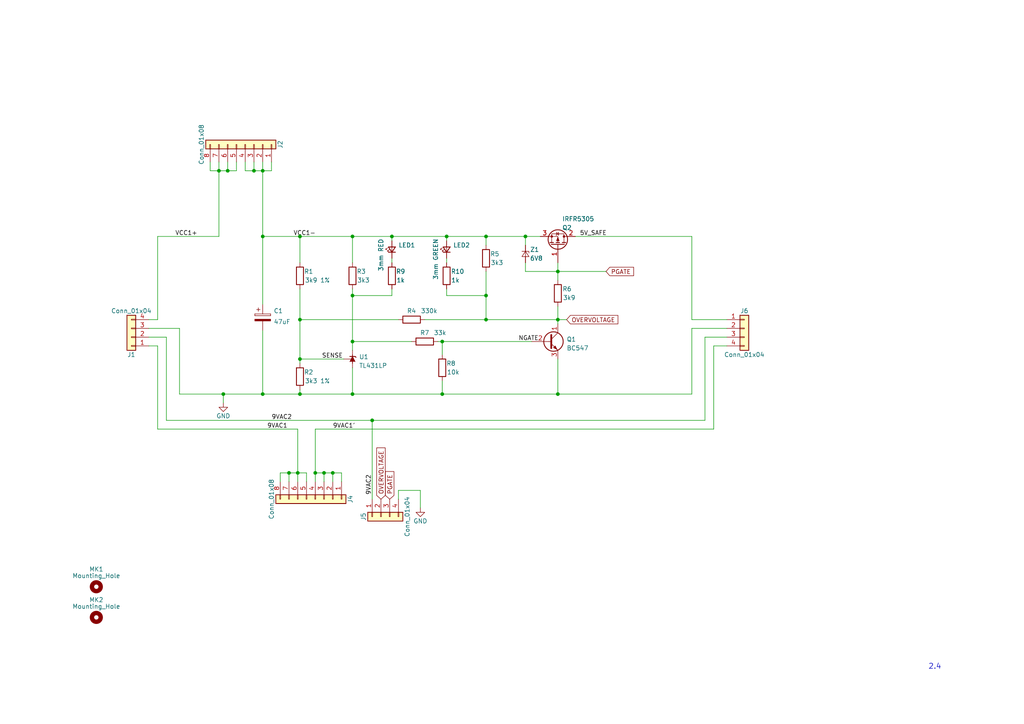
<source format=kicad_sch>
(kicad_sch (version 20230121) (generator eeschema)
  (paper "A4")
  (title_block (title "C64 Saver2 THT") (date "2023-03-26") (rev "2.6"))
  (lib_symbols
    (symbol "C64Saver2-rescue:CP" (pin_numbers hide) (pin_names (offset 0.254))
      (property "Reference" "C" (at 0.635 2.54 0))
      (property "Value" "CP" (at 0.635 -2.54 0))
      (symbol "CP_0_1"
        (rectangle (start -2.286 0.508) (end -2.286 1.016))
        (rectangle (start -2.286 0.508) (end 2.286 0.508))
        (polyline (pts (xy -1.778 2.286) (xy -0.762 2.286)))
        (polyline (pts (xy -1.27 2.794) (xy -1.27 1.778)))
        (rectangle (start 2.286 -0.508) (end -2.286 -1.016) (fill (type outline)))
        (rectangle (start 2.286 1.016) (end -2.286 1.016))
        (rectangle (start 2.286 1.016) (end 2.286 0.508))
      )
      (symbol "CP_1_1"
        (pin passive line (at 0 3.81 270) (length 2.794) (name "~") (number "1"))
        (pin passive line (at 0 -3.81 90) (length 2.794) (name "~") (number "2"))
      )
    )
    (symbol "C64Saver2-rescue:Conn_01x04" (pin_names (offset 1.016) hide)
      (property "Reference" "J" (at 0 5.08 0))
      (property "Value" "Conn_01x04" (at 0 -7.62 0))
      (symbol "Conn_01x04_1_1"
        (rectangle (start -1.27 -4.953) (end 0 -5.207) (stroke (width 0.1524)))
        (rectangle (start -1.27 -2.413) (end 0 -2.667) (stroke (width 0.1524)))
        (rectangle (start -1.27 0.127) (end 0 -0.127) (stroke (width 0.1524)))
        (rectangle (start -1.27 2.667) (end 0 2.413) (stroke (width 0.1524)))
        (rectangle (start -1.27 3.81) (end 1.27 -6.35) (stroke (width 0.254)) (fill (type background)))
        (pin passive line (at -5.08 2.54 0) (length 3.81) (name "Pin_1") (number "1"))
        (pin passive line (at -5.08 0 0) (length 3.81) (name "Pin_2") (number "2"))
        (pin passive line (at -5.08 -2.54 0) (length 3.81) (name "Pin_3") (number "3"))
        (pin passive line (at -5.08 -5.08 0) (length 3.81) (name "Pin_4") (number "4"))
      )
    )
    (symbol "C64Saver2-rescue:Conn_01x08" (pin_names (offset 1.016) hide)
      (property "Reference" "J" (at 0 10.16 0))
      (property "Value" "Conn_01x08" (at 0 -12.7 0))
      (symbol "Conn_01x08_1_1"
        (rectangle (start -1.27 -10.033) (end 0 -10.287) (stroke (width 0.1524)))
        (rectangle (start -1.27 -7.493) (end 0 -7.747) (stroke (width 0.1524)))
        (rectangle (start -1.27 -4.953) (end 0 -5.207) (stroke (width 0.1524)))
        (rectangle (start -1.27 -2.413) (end 0 -2.667) (stroke (width 0.1524)))
        (rectangle (start -1.27 0.127) (end 0 -0.127) (stroke (width 0.1524)))
        (rectangle (start -1.27 2.667) (end 0 2.413) (stroke (width 0.1524)))
        (rectangle (start -1.27 5.207) (end 0 4.953) (stroke (width 0.1524)))
        (rectangle (start -1.27 7.747) (end 0 7.493) (stroke (width 0.1524)))
        (rectangle (start -1.27 8.89) (end 1.27 -11.43) (stroke (width 0.254)) (fill (type background)))
        (pin passive line (at -5.08 7.62 0) (length 3.81) (name "Pin_1") (number "1"))
        (pin passive line (at -5.08 5.08 0) (length 3.81) (name "Pin_2") (number "2"))
        (pin passive line (at -5.08 2.54 0) (length 3.81) (name "Pin_3") (number "3"))
        (pin passive line (at -5.08 0 0) (length 3.81) (name "Pin_4") (number "4"))
        (pin passive line (at -5.08 -2.54 0) (length 3.81) (name "Pin_5") (number "5"))
        (pin passive line (at -5.08 -5.08 0) (length 3.81) (name "Pin_6") (number "6"))
        (pin passive line (at -5.08 -7.62 0) (length 3.81) (name "Pin_7") (number "7"))
        (pin passive line (at -5.08 -10.16 0) (length 3.81) (name "Pin_8") (number "8"))
      )
    )
    (symbol "C64Saver2-rescue:D_Zener_Small" (pin_numbers hide) (pin_names (offset 0.254) hide)
      (property "Reference" "D" (at 0 2.286 0))
      (property "Value" "D_Zener_Small" (at 0 -2.286 0))
      (symbol "D_Zener_Small_0_1"
        (polyline (pts (xy 0.762 0) (xy -0.762 0)))
        (polyline (pts (xy -0.254 1.016) (xy -0.762 1.016) (xy -0.762 -1.016)))
        (polyline (pts (xy 0.762 1.016) (xy -0.762 0) (xy 0.762 -1.016) (xy 0.762 1.016)))
      )
      (symbol "D_Zener_Small_1_1"
        (pin passive line (at -2.54 0 0) (length 1.778) (name "K") (number "1"))
        (pin passive line (at 2.54 0 180) (length 1.778) (name "A") (number "2"))
      )
    )
    (symbol "C64Saver2-rescue:Mounting_Hole" (pin_names (offset 1.016))
      (property "Reference" "MK" (at 0 5.08 0))
      (property "Value" "Mounting_Hole" (at 0 3.175 0))
      (symbol "Mounting_Hole_0_1"
        (circle (center 0 0) (radius 1.27) (stroke (width 1.27)))
      )
    )
    (symbol "C64Saver2-rescue:Q_PMOS_GDS" (pin_names (offset 0) hide)
      (property "Reference" "Q" (at 5.08 1.27 0))
      (property "Value" "Q_PMOS_GDS" (at 5.08 -1.27 0))
      (symbol "Q_PMOS_GDS_0_1"
        (polyline (pts (xy 0.0508 0) (xy 0.254 0)))
        (polyline (pts (xy 0.762 -1.778) (xy 2.54 -1.778)))
        (polyline (pts (xy 0.762 -1.27) (xy 0.762 -2.286)) (stroke (width 0.254)))
        (polyline (pts (xy 0.762 0) (xy 2.54 0)))
        (polyline (pts (xy 0.762 0.508) (xy 0.762 -0.508)) (stroke (width 0.254)))
        (polyline (pts (xy 0.762 1.778) (xy 2.54 1.778)))
        (polyline (pts (xy 0.762 2.286) (xy 0.762 1.27)) (stroke (width 0.254)))
        (polyline (pts (xy 2.54 -1.778) (xy 2.54 -2.54)))
        (polyline (pts (xy 2.54 -1.778) (xy 2.54 0)))
        (polyline (pts (xy 2.54 2.54) (xy 2.54 1.778)))
        (polyline (pts (xy 0.254 1.905) (xy 0.254 -1.905) (xy 0.254 -1.905)) (stroke (width 0.254)))
        (polyline (pts (xy 2.286 0) (xy 1.27 -0.381) (xy 1.27 0.381) (xy 2.286 0)) (fill (type outline)))
        (polyline (pts (xy 2.54 -1.778) (xy 3.302 -1.778) (xy 3.302 1.778) (xy 2.54 1.778)))
        (polyline (pts (xy 2.794 -0.508) (xy 2.921 -0.381) (xy 3.683 -0.381) (xy 3.81 -0.254)))
        (polyline (pts (xy 3.302 -0.381) (xy 2.921 0.254) (xy 3.683 0.254) (xy 3.302 -0.381)))
        (circle (center 1.651 0) (radius 2.8194) (stroke (width 0.254)))
        (circle (center 2.54 -1.778) (radius 0.2794) (fill (type outline)))
        (circle (center 2.54 1.778) (radius 0.2794) (fill (type outline)))
      )
      (symbol "Q_PMOS_GDS_1_1"
        (pin input line (at -5.08 0 0) (length 5.08) (name "G") (number "1"))
        (pin passive line (at 2.54 5.08 270) (length 2.54) (name "D") (number "2"))
        (pin passive line (at 2.54 -5.08 90) (length 2.54) (name "S") (number "3"))
      )
    )
    (symbol "C64Saver2-rescue:R" (pin_numbers hide) (pin_names (offset 0))
      (property "Reference" "R" (at 2.032 0 90))
      (property "Value" "R" (at 0 0 90))
      (symbol "R_0_1"
        (rectangle (start -1.016 -2.54) (end 1.016 2.54) (stroke (width 0.254)))
      )
      (symbol "R_1_1"
        (pin passive line (at 0 3.81 270) (length 1.27) (name "~") (number "1"))
        (pin passive line (at 0 -3.81 90) (length 1.27) (name "~") (number "2"))
      )
    )
    (symbol "Device:LED_Small" (pin_numbers hide) (pin_names (offset 0.254) hide)
      (property "Reference" "D" (at -1.27 3.175 0))
      (property "Value" "LED_Small" (at -4.445 -2.54 0))
      (symbol "LED_Small_0_1"
        (polyline (pts (xy -0.762 -1.016) (xy -0.762 1.016)) (stroke (width 0.254)))
        (polyline (pts (xy 1.016 0) (xy -0.762 0)))
        (polyline (pts (xy 0.762 -1.016) (xy -0.762 0) (xy 0.762 1.016) (xy 0.762 -1.016)) (stroke (width 0.254)))
        (polyline (pts (xy 0 0.762) (xy -0.508 1.27) (xy -0.254 1.27) (xy -0.508 1.27) (xy -0.508 1.016)))
        (polyline (pts (xy 0.508 1.27) (xy 0 1.778) (xy 0.254 1.778) (xy 0 1.778) (xy 0 1.524)))
      )
      (symbol "LED_Small_1_1"
        (pin passive line (at -2.54 0 0) (length 1.778) (name "K") (number "1"))
        (pin passive line (at 2.54 0 180) (length 1.778) (name "A") (number "2"))
      )
    )
    (symbol "Reference_Voltage:TL431LP" (pin_numbers hide) (pin_names hide)
      (property "Reference" "U" (at -2.54 2.54 0))
      (property "Value" "TL431LP" (at 0 -2.54 0))
      (symbol "TL431LP_0_1"
        (polyline (pts (xy -1.27 0) (xy 0 0) (xy 1.27 0)))
        (polyline (pts (xy -0.762 0.762) (xy 0.762 0) (xy -0.762 -0.762)) (fill (type outline)))
        (polyline (pts (xy 0.508 -1.016) (xy 0.762 -0.762) (xy 0.762 0.762) (xy 0.762 0.762)) (stroke (width 0.254)))
      )
      (symbol "TL431LP_1_1"
        (pin passive line (at 0 2.54 270) (length 2.54) (name "REF") (number "1"))
        (pin passive line (at -2.54 0 0) (length 2.54) (name "A") (number "2"))
        (pin passive line (at 2.54 0 180) (length 2.54) (name "K") (number "3"))
      )
    )
    (symbol "Transistor_BJT:BC547" (pin_names (offset 0) hide)
      (property "Reference" "Q" (at 5.08 1.905 0))
      (property "Value" "BC547" (at 5.08 0 0))
      (symbol "BC547_0_1"
        (polyline (pts (xy 0 0) (xy 0.635 0)))
        (polyline (pts (xy 0.635 0.635) (xy 2.54 2.54)))
        (polyline (pts (xy 0.635 -0.635) (xy 2.54 -2.54) (xy 2.54 -2.54)))
        (polyline (pts (xy 0.635 1.905) (xy 0.635 -1.905) (xy 0.635 -1.905)) (stroke (width 0.508)))
        (polyline (pts (xy 1.27 -1.778) (xy 1.778 -1.27) (xy 2.286 -2.286) (xy 1.27 -1.778) (xy 1.27 -1.778)) (fill (type outline)))
        (circle (center 1.27 0) (radius 2.8194) (stroke (width 0.254)))
      )
      (symbol "BC547_1_1"
        (pin passive line (at 2.54 5.08 270) (length 2.54) (name "C") (number "1"))
        (pin input line (at -5.08 0 0) (length 5.08) (name "B") (number "2"))
        (pin passive line (at 2.54 -5.08 90) (length 2.54) (name "E") (number "3"))
      )
    )
    (symbol "power:GND" (power) (pin_names (offset 0))
      (property "Value" "GND" (at 0 -3.81 0))
      (symbol "GND_0_1"
        (polyline (pts (xy 0 0) (xy 0 -1.27) (xy 1.27 -1.27) (xy 0 -2.54) (xy -1.27 -1.27) (xy 0 -1.27)))
      )
      (symbol "GND_1_1"
        (pin power_in line (at 0 0 270) (length 0) hide (name "GND") (number "1"))
      )
    )
  )
  (junction (at 91.44 137.16))
  (junction (at 161.798 114.3))
  (junction (at 140.97 68.58))
  (junction (at 161.798 78.74))
  (junction (at 63.5 49.53))
  (junction (at 86.995 104.14))
  (junction (at 76.2 68.58))
  (junction (at 128.27 114.3))
  (junction (at 102.235 68.58))
  (junction (at 66.04 49.53))
  (junction (at 107.95 121.92))
  (junction (at 76.2 114.3))
  (junction (at 76.2 49.53))
  (junction (at 73.66 49.53))
  (junction (at 102.235 99.06))
  (junction (at 140.97 92.71))
  (junction (at 152.4 68.58))
  (junction (at 102.235 85.725))
  (junction (at 86.36 137.16))
  (junction (at 96.52 137.16))
  (junction (at 102.235 114.3))
  (junction (at 128.27 99.06))
  (junction (at 86.995 92.71))
  (junction (at 86.995 68.58))
  (junction (at 86.995 114.3))
  (junction (at 93.98 137.16))
  (junction (at 83.82 137.16))
  (junction (at 140.97 85.725))
  (junction (at 129.54 68.58))
  (junction (at 64.77 114.3))
  (junction (at 161.798 92.71))
  (junction (at 113.665 68.58))
  (wire (pts (xy 127 99.06) (xy 128.27 99.06)))
  (wire (pts (xy 129.54 68.58) (xy 140.97 68.58)))
  (wire (pts (xy 121.92 147.32) (xy 121.92 142.24)))
  (wire (pts (xy 86.995 114.3) (xy 86.995 113.03)))
  (wire (pts (xy 78.74 49.53) (xy 78.74 46.99)))
  (wire (pts (xy 152.4 78.74) (xy 161.798 78.74)))
  (wire (pts (xy 152.4 76.2) (xy 152.4 78.74)))
  (wire (pts (xy 102.235 68.58) (xy 113.665 68.58)))
  (wire (pts (xy 63.5 49.53) (xy 66.04 49.53)))
  (wire (pts (xy 45.72 92.71) (xy 45.72 68.58)))
  (wire (pts (xy 52.07 114.3) (xy 64.77 114.3)))
  (wire (pts (xy 60.96 46.99) (xy 60.96 49.53)))
  (wire (pts (xy 64.77 116.84) (xy 64.77 114.3)))
  (wire (pts (xy 113.665 74.93) (xy 113.665 76.2)))
  (wire (pts (xy 96.52 137.16) (xy 99.06 137.16)))
  (wire (pts (xy 52.07 95.25) (xy 52.07 114.3)))
  (wire (pts (xy 86.36 124.46) (xy 86.36 137.16)))
  (wire (pts (xy 64.77 114.3) (xy 76.2 114.3)))
  (wire (pts (xy 81.28 137.16) (xy 83.82 137.16)))
  (wire (pts (xy 102.235 99.06) (xy 102.235 101.6)))
  (wire (pts (xy 128.27 110.49) (xy 128.27 114.3)))
  (wire (pts (xy 129.54 83.82) (xy 129.54 85.725)))
  (wire (pts (xy 63.5 49.53) (xy 63.5 46.99)))
  (wire (pts (xy 113.665 83.82) (xy 113.665 85.725)))
  (wire (pts (xy 119.38 99.06) (xy 102.235 99.06)))
  (wire (pts (xy 128.27 102.87) (xy 128.27 99.06)))
  (wire (pts (xy 129.54 85.725) (xy 140.97 85.725)))
  (wire (pts (xy 91.44 137.16) (xy 93.98 137.16)))
  (wire (pts (xy 81.28 139.7) (xy 81.28 137.16)))
  (wire (pts (xy 129.54 74.93) (xy 129.54 76.2)))
  (wire (pts (xy 93.98 137.16) (xy 96.52 137.16)))
  (wire (pts (xy 91.44 124.46) (xy 207.01 124.46)))
  (wire (pts (xy 48.26 121.92) (xy 107.95 121.92)))
  (wire (pts (xy 83.82 137.16) (xy 86.36 137.16)))
  (wire (pts (xy 128.27 99.06) (xy 154.178 99.06)))
  (wire (pts (xy 102.235 68.58) (xy 102.235 76.2)))
  (wire (pts (xy 115.57 142.24) (xy 115.57 144.78)))
  (wire (pts (xy 76.2 49.53) (xy 76.2 68.58)))
  (wire (pts (xy 76.2 68.58) (xy 86.995 68.58)))
  (wire (pts (xy 140.97 92.71) (xy 161.798 92.71)))
  (wire (pts (xy 102.235 114.3) (xy 102.235 106.68)))
  (wire (pts (xy 71.12 46.99) (xy 71.12 49.53)))
  (wire (pts (xy 200.66 68.58) (xy 166.878 68.58)))
  (wire (pts (xy 76.2 49.53) (xy 78.74 49.53)))
  (wire (pts (xy 121.92 142.24) (xy 115.57 142.24)))
  (wire (pts (xy 76.2 95.885) (xy 76.2 114.3)))
  (wire (pts (xy 48.26 121.92) (xy 48.26 97.79)))
  (wire (pts (xy 96.52 137.16) (xy 96.52 139.7)))
  (wire (pts (xy 76.2 88.265) (xy 76.2 68.58)))
  (wire (pts (xy 68.58 49.53) (xy 68.58 46.99)))
  (wire (pts (xy 113.665 68.58) (xy 113.665 69.85)))
  (wire (pts (xy 102.235 85.725) (xy 102.235 99.06)))
  (wire (pts (xy 140.97 78.74) (xy 140.97 85.725)))
  (wire (pts (xy 200.66 114.3) (xy 200.66 95.25)))
  (wire (pts (xy 86.36 137.16) (xy 88.9 137.16)))
  (wire (pts (xy 210.82 92.71) (xy 200.66 92.71)))
  (wire (pts (xy 140.97 68.58) (xy 140.97 71.12)))
  (wire (pts (xy 204.47 121.92) (xy 204.47 97.79)))
  (wire (pts (xy 45.72 68.58) (xy 63.5 68.58)))
  (wire (pts (xy 161.798 92.71) (xy 161.798 93.98)))
  (wire (pts (xy 93.98 139.7) (xy 93.98 137.16)))
  (wire (pts (xy 66.04 49.53) (xy 66.04 46.99)))
  (wire (pts (xy 63.5 68.58) (xy 63.5 49.53)))
  (wire (pts (xy 73.66 49.53) (xy 76.2 49.53)))
  (wire (pts (xy 128.27 114.3) (xy 161.798 114.3)))
  (wire (pts (xy 123.19 92.71) (xy 140.97 92.71)))
  (wire (pts (xy 102.235 114.3) (xy 128.27 114.3)))
  (wire (pts (xy 86.995 114.3) (xy 102.235 114.3)))
  (wire (pts (xy 161.798 88.9) (xy 161.798 92.71)))
  (wire (pts (xy 86.995 68.58) (xy 102.235 68.58)))
  (wire (pts (xy 161.798 92.71) (xy 164.338 92.71)))
  (wire (pts (xy 161.798 78.74) (xy 175.768 78.74)))
  (wire (pts (xy 140.97 68.58) (xy 152.4 68.58)))
  (wire (pts (xy 71.12 49.53) (xy 73.66 49.53)))
  (wire (pts (xy 107.95 121.92) (xy 204.47 121.92)))
  (wire (pts (xy 107.95 121.92) (xy 107.95 144.78)))
  (wire (pts (xy 45.72 100.33) (xy 45.72 124.46)))
  (wire (pts (xy 48.26 97.79) (xy 43.18 97.79)))
  (wire (pts (xy 140.97 85.725) (xy 140.97 92.71)))
  (wire (pts (xy 113.665 85.725) (xy 102.235 85.725)))
  (wire (pts (xy 66.04 49.53) (xy 68.58 49.53)))
  (wire (pts (xy 207.01 124.46) (xy 207.01 100.33)))
  (wire (pts (xy 204.47 97.79) (xy 210.82 97.79)))
  (wire (pts (xy 86.995 83.82) (xy 86.995 92.71)))
  (wire (pts (xy 73.66 46.99) (xy 73.66 49.53)))
  (wire (pts (xy 152.4 68.58) (xy 156.718 68.58)))
  (wire (pts (xy 86.995 92.71) (xy 115.57 92.71)))
  (wire (pts (xy 76.2 46.99) (xy 76.2 49.53)))
  (wire (pts (xy 161.798 114.3) (xy 161.798 104.14)))
  (wire (pts (xy 161.798 78.74) (xy 161.798 81.28)))
  (wire (pts (xy 200.66 92.71) (xy 200.66 68.58)))
  (wire (pts (xy 102.235 83.82) (xy 102.235 85.725)))
  (wire (pts (xy 99.06 137.16) (xy 99.06 139.7)))
  (wire (pts (xy 207.01 100.33) (xy 210.82 100.33)))
  (wire (pts (xy 43.18 95.25) (xy 52.07 95.25)))
  (wire (pts (xy 161.798 76.2) (xy 161.798 78.74)))
  (wire (pts (xy 43.18 100.33) (xy 45.72 100.33)))
  (wire (pts (xy 129.54 68.58) (xy 129.54 69.85)))
  (wire (pts (xy 86.995 92.71) (xy 86.995 104.14)))
  (wire (pts (xy 88.9 137.16) (xy 88.9 139.7)))
  (wire (pts (xy 200.66 95.25) (xy 210.82 95.25)))
  (wire (pts (xy 86.995 68.58) (xy 86.995 76.2)))
  (wire (pts (xy 113.665 68.58) (xy 129.54 68.58)))
  (wire (pts (xy 86.36 137.16) (xy 86.36 139.7)))
  (wire (pts (xy 161.798 114.3) (xy 200.66 114.3)))
  (wire (pts (xy 86.995 104.14) (xy 86.995 105.41)))
  (wire (pts (xy 152.4 71.12) (xy 152.4 68.58)))
  (wire (pts (xy 45.72 124.46) (xy 86.36 124.46)))
  (wire (pts (xy 76.2 114.3) (xy 86.995 114.3)))
  (wire (pts (xy 91.44 137.16) (xy 91.44 139.7)))
  (wire (pts (xy 43.18 92.71) (xy 45.72 92.71)))
  (wire (pts (xy 60.96 49.53) (xy 63.5 49.53)))
  (wire (pts (xy 86.995 104.14) (xy 99.695 104.14)))
  (wire (pts (xy 83.82 139.7) (xy 83.82 137.16)))
  (wire (pts (xy 91.44 124.46) (xy 91.44 137.16)))
  (text "2.4" (at 269.24 194.31 0) (effects (font (size 1.524 1.524)) (justify left bottom)))
  (label "VCC1+" (at 50.8 68.58 0) (effects (font (size 1.2446 1.2446))))
  (label "NGATE" (at 150.368 99.06 0) (effects (font (size 1.2446 1.2446))))
  (label "9VAC1" (at 77.47 124.46 0) (effects (font (size 1.2446 1.2446))))
  (label "SENSE" (at 93.345 104.14 0) (effects (font (size 1.2446 1.2446))))
  (label "9VAC1'" (at 96.52 124.46 0) (effects (font (size 1.2446 1.2446))))
  (label "9VAC2" (at 107.95 143.51 90) (effects (font (size 1.2446 1.2446))))
  (label "5V_SAFE" (at 168.148 68.58 0) (effects (font (size 1.2446 1.2446))))
  (label "VCC1-" (at 85.09 68.58 0) (effects (font (size 1.2446 1.2446))))
  (label "9VAC2" (at 78.74 121.92 0) (effects (font (size 1.2446 1.2446))))
  (global_label "OVERVOLTAGE" (shape input) (at 110.49 144.78 90) (effects (font (size 1.2446 1.2446))) (property "Intersheetrefs" "${INTERSHEET_REFS}" (effects hide)))
  (global_label "PGATE" (shape input) (at 175.768 78.74 0) (effects (font (size 1.2446 1.2446))) (property "Intersheetrefs" "${INTERSHEET_REFS}" (effects hide)))
  (global_label "OVERVOLTAGE" (shape input) (at 164.338 92.71 0) (effects (font (size 1.2446 1.2446))) (property "Intersheetrefs" "${INTERSHEET_REFS}" (effects hide)))
  (global_label "PGATE" (shape input) (at 113.03 144.78 90) (effects (font (size 1.2446 1.2446))) (property "Intersheetrefs" "${INTERSHEET_REFS}" (effects hide)))
  (symbol (lib_id "C64Saver2-rescue:CP") (at 76.2 92.075 0) (unit 1)
    (property "Reference" "C1" (at 79.375 90.17 0) (effects (justify left)))
    (property "Value" "47uF" (at 79.375 93.345 0) (effects (justify left)))
    (property "Footprint" "Capacitors_THT:CP_Radial_D6.3mm_P2.50mm" (effects hide))
    (property "kessler" "572309;0 " (effects hide))
  )
  (symbol (lib_id "C64Saver2-rescue:R") (at 86.995 80.01 0) (unit 1)
    (property "Reference" "R1" (at 89.535 78.74 0))
    (property "Value" "3k9 1%" (at 92.075 81.28 0))
    (property "Footprint" "Resistor_THT:R_Axial_DIN0204_L3.6mm_D1.6mm_P5.08mm_Horizontal" (effects hide))
    (property "kessler" "550563;0 " (effects hide))
  )
  (symbol (lib_id "C64Saver2-rescue:Conn_01x04") (at 215.9 95.25 0) (unit 1)
    (property "Reference" "J6" (at 215.9 90.17 0))
    (property "Value" "Conn_01x04" (at 215.9 102.87 0))
    (property "Footprint" "Connectors_Terminal_Blocks:TerminalBlock_bornier-4_P5.08mm" (effects hide))
    (property "Mouser" "not used" (effects hide))
  )
  (symbol (lib_id "C64Saver2-rescue:Conn_01x04") (at 38.1 97.79 180) (unit 1)
    (property "Reference" "J1" (at 38.1 102.87 0))
    (property "Value" "Conn_01x04" (at 38.1 90.17 0))
    (property "Footprint" "Connectors_Terminal_Blocks:TerminalBlock_bornier-4_P5.08mm" (effects hide))
    (property "Mouser" "not used" (effects hide))
  )
  (symbol (lib_id "C64Saver2-rescue:R") (at 86.995 109.22 0) (unit 1)
    (property "Reference" "R2" (at 89.535 107.95 0))
    (property "Value" "3k3 1%" (at 92.075 110.49 0))
    (property "Footprint" "Resistor_THT:R_Axial_DIN0204_L3.6mm_D1.6mm_P5.08mm_Horizontal" (effects hide))
    (property "Mouser" "RN55D3301FB14" (effects hide))
    (property "kessler" "550561;0 " (effects hide))
  )
  (symbol (lib_id "C64Saver2-rescue:R") (at 102.235 80.01 0) (unit 1)
    (property "Reference" "R3" (at 104.775 78.74 0))
    (property "Value" "3k3" (at 105.41 81.28 0))
    (property "Footprint" "Resistor_THT:R_Axial_DIN0204_L3.6mm_D1.6mm_P5.08mm_Horizontal" (effects hide))
    (property "Mouser" "RN55D3301FB14" (effects hide))
    (property "kessler" "550561;0 " (effects hide))
  )
  (symbol (lib_id "C64Saver2-rescue:R") (at 161.798 85.09 0) (unit 1)
    (property "Reference" "R6" (at 164.465 83.82 0))
    (property "Value" "3k9" (at 165.1 86.36 0))
    (property "Footprint" "Resistor_THT:R_Axial_DIN0204_L3.6mm_D1.6mm_P5.08mm_Horizontal" (effects hide))
    (property "kessler" "550563;0 " (effects hide))
  )
  (symbol (lib_id "C64Saver2-rescue:R") (at 140.97 74.93 0) (unit 1)
    (property "Reference" "R5" (at 143.51 73.66 0))
    (property "Value" "3k3" (at 144.145 76.2 0))
    (property "Footprint" "Resistor_THT:R_Axial_DIN0204_L3.6mm_D1.6mm_P5.08mm_Horizontal" (effects hide))
    (property "Mouser" "RN55D3301FB14" (effects hide))
    (property "kessler" "550561;0 " (effects hide))
  )
  (symbol (lib_id "C64Saver2-rescue:D_Zener_Small") (at 152.4 73.66 270) (unit 1)
    (property "Reference" "Z1" (at 155.067 72.39 90))
    (property "Value" "6V8" (at 155.575 74.93 90))
    (property "Footprint" "Diode_THT:D_DO-35_SOD27_P7.62mm_Horizontal" (effects hide))
    (property "kessler" "511511;0 " (effects hide))
  )
  (symbol (lib_id "C64Saver2-rescue:R") (at 119.38 92.71 90) (unit 1)
    (property "Reference" "R4" (at 119.38 90.17 90))
    (property "Value" "330k" (at 124.46 90.17 90))
    (property "Footprint" "Resistor_THT:R_Axial_DIN0204_L3.6mm_D1.6mm_P5.08mm_Horizontal" (effects hide))
    (property "kessler" "550609;0 " (effects hide))
  )
  (symbol (lib_id "power:GND") (at 64.77 116.84 0) (unit 1)
    (property "Reference" "#PWR01" (effects hide))
    (property "Value" "GND" (at 64.77 120.65 0))
  )
  (symbol (lib_id "C64Saver2-rescue:Mounting_Hole") (at 27.94 170.18 0) (unit 1) (in_bom no)
    (property "Reference" "MK1" (at 27.94 165.1 0))
    (property "Value" "Mounting_Hole" (at 27.94 167.005 0))
    (property "Footprint" "Mounting_Holes:MountingHole_2.5mm" (effects hide))
    (property "Mouser" "-" (effects hide))
    (property "kessler" "-" (effects hide))
  )
  (symbol (lib_id "C64Saver2-rescue:Mounting_Hole") (at 27.94 179.07 0) (unit 1) (in_bom no)
    (property "Reference" "MK2" (at 27.94 173.99 0))
    (property "Value" "Mounting_Hole" (at 27.94 175.895 0))
    (property "Footprint" "Mounting_Holes:MountingHole_2.5mm" (effects hide))
    (property "Mouser" "-" (effects hide))
    (property "kessler" "-" (effects hide))
  )
  (symbol (lib_id "C64Saver2-rescue:Q_PMOS_GDS") (at 161.798 71.12 270) (mirror x) (unit 1)
    (property "Reference" "Q2" (at 163.068 66.04 90) (effects (justify left)))
    (property "Value" "IRFR5305" (at 163.068 63.5 90) (effects (justify left)))
    (property "Footprint" "TO_SOT_Packages_SMD:ATPAK-2" (effects hide))
    (property "kessler" "503060;0 " (effects hide))
  )
  (symbol (lib_id "C64Saver2-rescue:Conn_01x08") (at 71.12 41.91 270) (mirror x) (unit 1)
    (property "Reference" "J2" (at 81.28 41.91 0))
    (property "Value" "Conn_01x08" (at 58.42 41.91 0))
    (property "Footprint" "Pin_Headers:Pin_Header_Straight_1x08_Pitch2.54mm" (effects hide))
  )
  (symbol (lib_id "C64Saver2-rescue:Conn_01x08") (at 91.44 144.78 270) (unit 1)
    (property "Reference" "J4" (at 101.6 144.78 0))
    (property "Value" "Conn_01x08" (at 78.74 144.78 0))
    (property "Footprint" "Pin_Headers:Pin_Header_Straight_1x08_Pitch2.54mm" (effects hide))
  )
  (symbol (lib_id "C64Saver2-rescue:Conn_01x04") (at 110.49 149.86 90) (mirror x) (unit 1)
    (property "Reference" "J5" (at 105.41 149.86 0))
    (property "Value" "Conn_01x04" (at 118.11 149.86 0))
    (property "Footprint" "Pin_Headers:Pin_Header_Straight_1x04_Pitch2.54mm" (effects hide))
  )
  (symbol (lib_id "power:GND") (at 121.92 147.32 0) (unit 1)
    (property "Reference" "#PWR02" (effects hide))
    (property "Value" "GND" (at 121.92 151.13 0))
  )
  (symbol (lib_id "C64Saver2-rescue:R") (at 123.19 99.06 90) (unit 1)
    (property "Reference" "R7" (at 123.19 96.52 90))
    (property "Value" "33k" (at 127.635 96.52 90))
    (property "Footprint" "Resistor_THT:R_Axial_DIN0207_L6.3mm_D2.5mm_P7.62mm_Horizontal" (effects hide))
    (property "kessler" "550585;0 " (effects hide))
  )
  (symbol (lib_id "C64Saver2-rescue:R") (at 128.27 106.68 0) (unit 1)
    (property "Reference" "R8" (at 130.81 105.41 0))
    (property "Value" "10k" (at 131.445 107.95 0))
    (property "Footprint" "Resistor_THT:R_Axial_DIN0204_L3.6mm_D1.6mm_P5.08mm_Horizontal" (effects hide))
    (property "kessler" "550573;0 " (effects hide))
  )
  (symbol (lib_id "Device:LED_Small") (at 129.54 72.39 90) (unit 1)
    (property "Reference" "LED2" (at 131.445 71.12 90) (effects (justify right)))
    (property "Value" "3mm GREEN" (at 126.365 69.215 0) (effects (justify right)))
    (property "Footprint" "LED_THT:LED_D3.0mm" (effects hide))
    (property "Mouser" "WP710A10LZGCK" (effects hide))
    (property "kessler" "513512;0 " (effects hide))
  )
  (symbol (lib_id "Reference_Voltage:TL431LP") (at 102.235 104.14 90) (unit 1)
    (property "Reference" "U1" (at 104.14 103.505 90) (effects (justify right)))
    (property "Value" "TL431LP" (at 104.14 106.045 90) (effects (justify right)))
    (property "Footprint" "Package_TO_SOT_THT:TO-92_Inline" (effects hide))
    (property "Datasheet" "http://www.ti.com/lit/ds/symlink/tl431.pdf" (effects hide))
    (property "kessler" "528636;0 " (effects hide))
  )
  (symbol (lib_id "Transistor_BJT:BC547") (at 159.258 99.06 0) (unit 1)
    (property "Reference" "Q1" (at 164.338 98.425 0) (effects (justify left)))
    (property "Value" "BC547" (at 164.338 100.965 0) (effects (justify left)))
    (property "Footprint" "Package_TO_SOT_THT:TO-92_Inline" (effects hide))
    (property "Datasheet" "https://www.onsemi.com/pub/Collateral/BC550-D.pdf" (effects hide))
    (property "kessler" "500326;0 " (effects hide))
  )
  (symbol (lib_id "Device:LED_Small") (at 113.665 72.39 90) (unit 1)
    (property "Reference" "LED1" (at 115.57 71.12 90) (effects (justify right)))
    (property "Value" "3mm RED" (at 110.49 69.215 0) (effects (justify right)))
    (property "Footprint" "LED_THT:LED_D3.0mm" (effects hide))
    (property "Mouser" "WP710A10LSECK/J3" (effects hide))
    (property "kessler" "513513;0 " (effects hide))
  )
  (symbol (lib_id "C64Saver2-rescue:R") (at 113.665 80.01 0) (unit 1)
    (property "Reference" "R9" (at 116.205 78.74 0))
    (property "Value" "1k" (at 116.205 81.28 0))
    (property "Footprint" "Resistor_THT:R_Axial_DIN0204_L3.6mm_D1.6mm_P5.08mm_Horizontal" (effects hide))
    (property "kessler" "550549;0 " (effects hide))
  )
  (symbol (lib_id "C64Saver2-rescue:R") (at 129.54 80.01 0) (unit 1)
    (property "Reference" "R10" (at 132.715 78.74 0))
    (property "Value" "1k" (at 132.08 81.28 0))
    (property "Footprint" "Resistor_THT:R_Axial_DIN0204_L3.6mm_D1.6mm_P5.08mm_Horizontal" (effects hide))
    (property "kessler" "550549;0 " (effects hide))
  )
)
</source>
